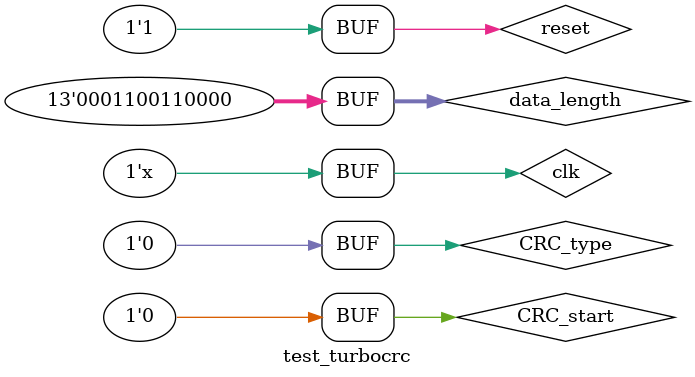
<source format=v>
`timescale 1ns / 1ps
`include "Input_parameters.v"

module test_turbocrc;

	// input
	reg clk;
	reg reset;
	
	reg CRC_start, CRC_type;
	reg [7:0] D;
	reg [12:0] data_length;
	
	wire CRC_result, end_CRC;
	
	// generate clock
	always #5 clk = ~clk;
	
	// generate random data
	always @ (posedge clk)
		D <= $random % 256;
	
	Turbo_CRC24 turbo_crc24_inst(
		//input
		clk, ~reset, CRC_start, CRC_type, D, data_length,
		//output.1-->right, 0-->wrong
		D_addr, CRC_result, end_CRC
	);
	
	
	initial begin
		// Initialize Inputs
		clk = 0;
		reset = 0;
		CRC_start = 0;
		CRC_type = 1'b0;
		D = 0;
		data_length = 13'd816;
		
		// Wait 100 ns for global reset to finish
		#100;
		reset = 1'b0;
		#10;//2
		reset = 1'b1;
		#10;//2
		CRC_start = 1'b1;
		#10;//2
		CRC_start = 1'b0;	
	end
	
   

endmodule
</source>
